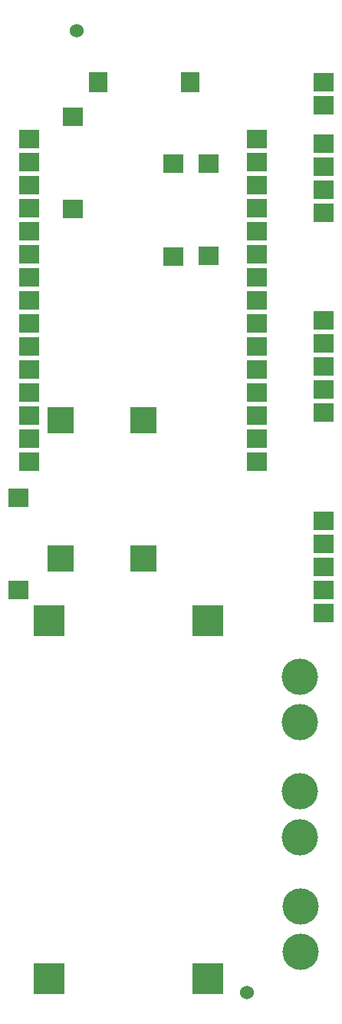
<source format=gtl>
G04 Layer: TopLayer*
G04 EasyEDA Pro v2.2.43.4, 2025-11-30 00:10:42*
G04 Gerber Generator version 0.3*
G04 Scale: 100 percent, Rotated: No, Reflected: No*
G04 Dimensions in millimeters*
G04 Leading zeros omitted, absolute positions, 4 integers and 5 decimals*
G04 Generated by custom config*
%FSLAX45Y45*%
%MOMM*%
%ADD10C,1.524*%
%ADD11R,2.3X2.0*%
%ADD12C,4.0*%
%ADD13R,2.0X2.3*%
%ADD14R,3.5X3.5*%
%ADD15R,3.0041X3.0*%
%ADD16R,3.0X3.0*%
G75*


G04 Pad Start*
G54D10*
G01X2880000Y200000D03*
G01X1000000Y10800000D03*
G54D11*
G01X3725846Y6590747D03*
G01X3725846Y6844747D03*
G01X3725846Y7098747D03*
G01X3725846Y7352747D03*
G01X3725846Y7606747D03*
G01X3725846Y4385297D03*
G01X3725846Y4639297D03*
G01X3725846Y4893297D03*
G01X3725846Y5147297D03*
G01X3725846Y5401297D03*
G01X3725846Y9554197D03*
G01X3725846Y9300197D03*
G01X3725846Y9046197D03*
G01X3725846Y8792197D03*
G54D12*
G01X3475300Y651256D03*
G01X3475300Y1152144D03*
G01X3462570Y3181609D03*
G01X3462570Y3682497D03*
G01X3462570Y1916433D03*
G01X3462570Y2417321D03*
G54D11*
G01X358700Y4638396D03*
G01X358700Y5658409D03*
G01X2066900Y8317293D03*
G01X2066900Y9337306D03*
G01X2460346Y8320290D03*
G01X2460346Y9340304D03*
G01X479146Y6048997D03*
G01X479146Y6302997D03*
G01X479146Y6556997D03*
G01X479146Y6810997D03*
G01X479146Y7064997D03*
G01X479146Y7318997D03*
G01X479146Y7572997D03*
G01X479146Y7826997D03*
G01X479146Y8080997D03*
G01X479146Y8334997D03*
G01X479146Y8588997D03*
G01X479146Y8842997D03*
G01X479146Y9096997D03*
G01X479146Y9350997D03*
G01X479146Y9604997D03*
G01X2989100Y6048997D03*
G01X2989100Y6302997D03*
G01X2989100Y6556997D03*
G01X2989100Y6810997D03*
G01X2989100Y7064997D03*
G01X2989100Y7318997D03*
G01X2989100Y7572997D03*
G01X2989100Y7826997D03*
G01X2989100Y8080997D03*
G01X2989100Y8334997D03*
G01X2989100Y8588997D03*
G01X2989100Y8842997D03*
G01X2989100Y9096997D03*
G01X2989100Y9350997D03*
G01X2989100Y9604997D03*
G01X962000Y8837993D03*
G01X962000Y9858006D03*
G01X3727845Y9980500D03*
G01X3727845Y10234500D03*
G54D13*
G01X1235582Y10238314D03*
G01X2255595Y10238314D03*
G54D14*
G01X697196Y351187D03*
G01X2444796Y351187D03*
G01X697196Y4298787D03*
G01X2444796Y4298787D03*
G54D16*
G01X822700Y4983100D03*
G01X1734100Y4983100D03*
G01X822700Y6507100D03*
G01X1734100Y6507100D03*
G04 Pad End*

M02*


</source>
